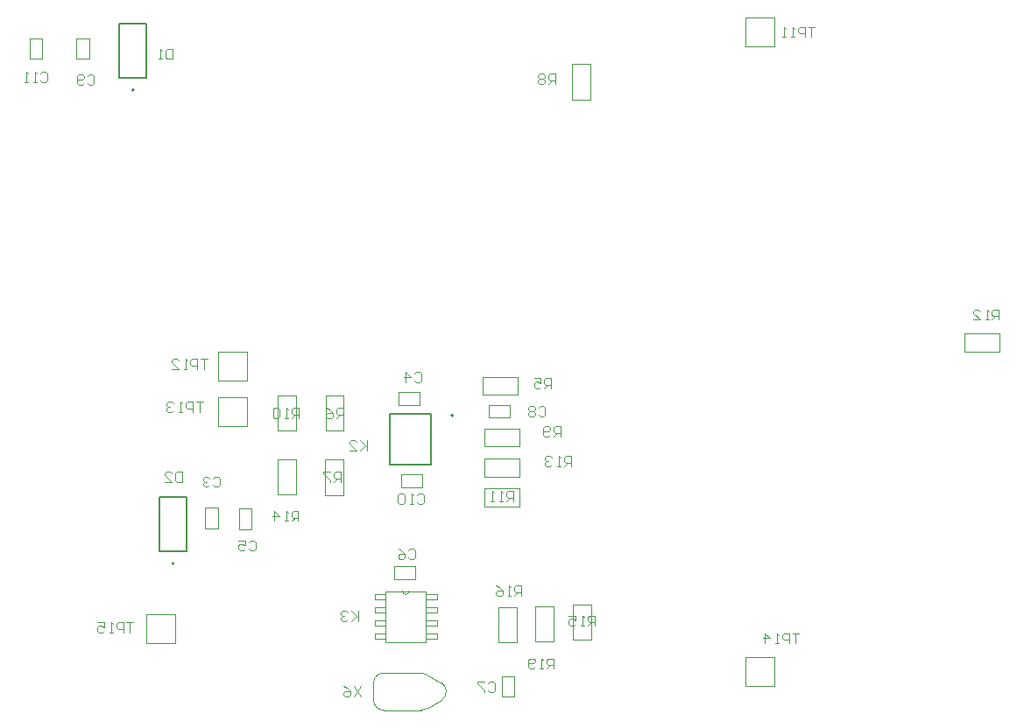
<source format=gbr>
G04*
G04 #@! TF.GenerationSoftware,Altium Limited,Altium Designer,24.1.2 (44)*
G04*
G04 Layer_Color=44716*
%FSLAX44Y44*%
%MOMM*%
G71*
G04*
G04 #@! TF.SameCoordinates,C4B2C0E0-4E9B-487C-9046-04FF2B3DFFC7*
G04*
G04*
G04 #@! TF.FilePolarity,Positive*
G04*
G01*
G75*
%ADD10C,0.2000*%
%ADD11C,0.1270*%
%ADD13C,0.1000*%
%ADD70C,0.0254*%
%ADD71C,0.0000*%
D10*
X288500Y652000D02*
G03*
X288500Y652000I-1000J0D01*
G01*
X327250Y194000D02*
G03*
X327250Y194000I-1000J0D01*
G01*
X597088Y337291D02*
G03*
X597088Y337291I-1000J0D01*
G01*
D11*
X300525Y664025D02*
Y715975D01*
X274475D02*
X300525D01*
X274475Y664025D02*
Y715975D01*
Y664025D02*
X300525D01*
X339275Y206025D02*
Y257975D01*
X313225D02*
X339275D01*
X313225Y206025D02*
Y257975D01*
Y206025D02*
X339275D01*
X536188Y289716D02*
Y338767D01*
X575188Y289716D02*
Y338767D01*
X536188Y289716D02*
X575188D01*
X536188Y338767D02*
X575188D01*
D13*
X520000Y62000D02*
G03*
X530000Y52000I10000J0D01*
G01*
X566000D02*
G03*
X571300Y53520I0J10000D01*
G01*
X586113Y61837D02*
G03*
X586111Y78160I-5671J8161D01*
G01*
X530000Y88000D02*
G03*
X520000Y78000I0J-10000D01*
G01*
X571300Y86480D02*
G03*
X566000Y88000I-5300J-8480D01*
G01*
X879225Y75475D02*
Y103475D01*
X907225Y75475D02*
Y103475D01*
X879225D02*
X907225D01*
X879225Y75475D02*
X907225D01*
X625250Y357000D02*
X659250D01*
X625250Y374500D02*
X659250D01*
X625250Y357000D02*
Y374500D01*
X659250Y357000D02*
Y374500D01*
X473750Y322500D02*
Y356500D01*
X491250Y322500D02*
Y356500D01*
X473750D02*
X491250D01*
X473750Y322500D02*
X491250D01*
X473250Y260250D02*
Y294250D01*
X490750Y260250D02*
Y294250D01*
X473250D02*
X490750D01*
X473250Y260250D02*
X490750D01*
X711750Y643000D02*
Y677000D01*
X729250Y643000D02*
Y677000D01*
X711750D02*
X729250D01*
X711750Y643000D02*
X729250D01*
X627250Y307000D02*
X661250D01*
X627250Y324500D02*
X661250D01*
X627250Y307000D02*
Y324500D01*
X661250Y307000D02*
Y324500D01*
X445250Y322250D02*
Y356250D01*
X427750Y322250D02*
Y356250D01*
Y322250D02*
X445250D01*
X427750Y356250D02*
X445250D01*
X627000Y249000D02*
X661000D01*
X627000Y266500D02*
X661000D01*
X627000Y249000D02*
Y266500D01*
X661000Y249000D02*
Y266500D01*
X1091000Y416500D02*
X1125000D01*
X1091000Y399000D02*
X1125000D01*
Y416500D01*
X1091000Y399000D02*
Y416500D01*
X627000Y278000D02*
X661000D01*
X627000Y295500D02*
X661000D01*
X627000Y278000D02*
Y295500D01*
X661000Y278000D02*
Y295500D01*
X427500Y260500D02*
Y294500D01*
X445000Y260500D02*
Y294500D01*
X427500D02*
X445000D01*
X427500Y260500D02*
X445000D01*
X730500Y120250D02*
Y154250D01*
X713000Y120250D02*
Y154250D01*
Y120250D02*
X730500D01*
X713000Y154250D02*
X730500D01*
X641000Y117750D02*
Y151750D01*
X658500Y117750D02*
Y151750D01*
X641000D02*
X658500D01*
X641000Y117750D02*
X658500D01*
X694000Y118250D02*
Y152250D01*
X676500Y118250D02*
Y152250D01*
Y118250D02*
X694000D01*
X676500Y152250D02*
X694000D01*
X187550Y702250D02*
X199950D01*
X187550Y682250D02*
X199950D01*
X187550D02*
Y702250D01*
X199950Y682250D02*
Y702250D01*
X546750Y267800D02*
Y280200D01*
X566750Y267800D02*
Y280200D01*
X546750Y267800D02*
X566750D01*
X546750Y280200D02*
X566750D01*
X564250Y347300D02*
Y359700D01*
X544250Y347300D02*
Y359700D01*
X564250D01*
X544250Y347300D02*
X564250D01*
X560000Y178800D02*
Y191200D01*
X540000Y178800D02*
Y191200D01*
X560000D01*
X540000Y178800D02*
X560000D01*
X643800Y85000D02*
X656200D01*
X643800Y65000D02*
X656200D01*
X643800D02*
Y85000D01*
X656200Y65000D02*
Y85000D01*
X389800Y227250D02*
X402200D01*
X389800Y247250D02*
X402200D01*
Y227250D02*
Y247250D01*
X389800Y227250D02*
Y247250D01*
X631500Y335066D02*
Y347466D01*
X651500Y335066D02*
Y347466D01*
X631500Y335066D02*
X651500D01*
X631500Y347466D02*
X651500D01*
X232550Y682250D02*
Y702250D01*
X244950Y682250D02*
Y702250D01*
X232550D02*
X244950D01*
X232550Y682250D02*
X244950D01*
X357300Y228000D02*
Y248000D01*
X369700Y228000D02*
Y248000D01*
X357300D02*
X369700D01*
X357300Y228000D02*
X369700D01*
X300750Y117000D02*
X328750D01*
X300750Y145000D02*
X328750D01*
Y117000D02*
Y145000D01*
X300750Y117000D02*
Y145000D01*
X369500Y327000D02*
X397500D01*
X369500Y355000D02*
X397500D01*
Y327000D02*
Y355000D01*
X369500Y327000D02*
Y355000D01*
Y371000D02*
X397500D01*
X369500Y399000D02*
X397500D01*
Y371000D02*
Y399000D01*
X369500Y371000D02*
Y399000D01*
X907500Y694275D02*
Y722275D01*
X879500Y694275D02*
Y722275D01*
X907500D01*
X879500Y694275D02*
X907500D01*
X520000Y62000D02*
Y78000D01*
X530000Y52000D02*
X566000Y52000D01*
X571300Y53520D02*
X586111Y61840D01*
X571300Y86480D02*
X586111Y78160D01*
X530000Y88000D02*
X566000D01*
X931500Y126497D02*
X924836D01*
X928168D01*
Y116500D01*
X921503D02*
Y126497D01*
X916505D01*
X914839Y124831D01*
Y121498D01*
X916505Y119832D01*
X921503D01*
X911506Y116500D02*
X908174D01*
X909840D01*
Y126497D01*
X911506Y124831D01*
X898177Y116500D02*
Y126497D01*
X903176Y121498D01*
X896511D01*
X447750Y334750D02*
Y344747D01*
X442752D01*
X441086Y343081D01*
Y339748D01*
X442752Y338082D01*
X447750D01*
X444418D02*
X441086Y334750D01*
X437753D02*
X434421D01*
X436087D01*
Y344747D01*
X437753Y343081D01*
X429423D02*
X427756Y344747D01*
X424424D01*
X422758Y343081D01*
Y336416D01*
X424424Y334750D01*
X427756D01*
X429423Y336416D01*
Y343081D01*
X447250Y235000D02*
Y244997D01*
X442252D01*
X440586Y243331D01*
Y239998D01*
X442252Y238332D01*
X447250D01*
X443918D02*
X440586Y235000D01*
X437253D02*
X433921D01*
X435587D01*
Y244997D01*
X437253Y243331D01*
X423924Y235000D02*
Y244997D01*
X428923Y239998D01*
X422258D01*
X288000Y137234D02*
X281336D01*
X284668D01*
Y127237D01*
X278003D02*
Y137234D01*
X273005D01*
X271339Y135568D01*
Y132236D01*
X273005Y130570D01*
X278003D01*
X268006Y127237D02*
X264674D01*
X266340D01*
Y137234D01*
X268006Y135568D01*
X253011Y137234D02*
X259676D01*
Y132236D01*
X256343Y133902D01*
X254677D01*
X253011Y132236D01*
Y128904D01*
X254677Y127237D01*
X258010D01*
X259676Y128904D01*
X355250Y350747D02*
X348586D01*
X351918D01*
Y340750D01*
X345253D02*
Y350747D01*
X340255D01*
X338589Y349081D01*
Y345748D01*
X340255Y344082D01*
X345253D01*
X335256Y340750D02*
X331924D01*
X333590D01*
Y350747D01*
X335256Y349081D01*
X326926D02*
X325260Y350747D01*
X321927D01*
X320261Y349081D01*
Y347415D01*
X321927Y345748D01*
X323593D01*
X321927D01*
X320261Y344082D01*
Y342416D01*
X321927Y340750D01*
X325260D01*
X326926Y342416D01*
X359750Y391747D02*
X353086D01*
X356418D01*
Y381750D01*
X349753D02*
Y391747D01*
X344755D01*
X343089Y390081D01*
Y386748D01*
X344755Y385082D01*
X349753D01*
X339756Y381750D02*
X336424D01*
X338090D01*
Y391747D01*
X339756Y390081D01*
X324761Y381750D02*
X331426D01*
X324761Y388414D01*
Y390081D01*
X326427Y391747D01*
X329760D01*
X331426Y390081D01*
X946750Y713247D02*
X940086D01*
X943418D01*
Y703250D01*
X936753D02*
Y713247D01*
X931755D01*
X930089Y711581D01*
Y708248D01*
X931755Y706582D01*
X936753D01*
X926756Y703250D02*
X923424D01*
X925090D01*
Y713247D01*
X926756Y711581D01*
X918426Y703250D02*
X915094D01*
X916760D01*
Y713247D01*
X918426Y711581D01*
X679335Y344397D02*
X681002Y346063D01*
X684334D01*
X686000Y344397D01*
Y337733D01*
X684334Y336067D01*
X681002D01*
X679335Y337733D01*
X676003Y344397D02*
X674337Y346063D01*
X671005D01*
X669339Y344397D01*
Y342731D01*
X671005Y341065D01*
X669339Y339399D01*
Y337733D01*
X671005Y336067D01*
X674337D01*
X676003Y337733D01*
Y339399D01*
X674337Y341065D01*
X676003Y342731D01*
Y344397D01*
X674337Y341065D02*
X671005D01*
X691750Y363250D02*
Y373247D01*
X686752D01*
X685086Y371581D01*
Y368248D01*
X686752Y366582D01*
X691750D01*
X688418D02*
X685086Y363250D01*
X675089Y373247D02*
X681753D01*
Y368248D01*
X678421Y369915D01*
X676755D01*
X675089Y368248D01*
Y364916D01*
X676755Y363250D01*
X680087D01*
X681753Y364916D01*
X490750Y334500D02*
Y344497D01*
X485752D01*
X484086Y342831D01*
Y339498D01*
X485752Y337832D01*
X490750D01*
X487418D02*
X484086Y334500D01*
X474089Y344497D02*
X477421Y342831D01*
X480753Y339498D01*
Y336166D01*
X479087Y334500D01*
X475755D01*
X474089Y336166D01*
Y337832D01*
X475755Y339498D01*
X480753D01*
X488250Y273000D02*
Y282997D01*
X483252D01*
X481586Y281331D01*
Y277998D01*
X483252Y276332D01*
X488250D01*
X484918D02*
X481586Y273000D01*
X478253Y282997D02*
X471589D01*
Y281331D01*
X478253Y274666D01*
Y273000D01*
X695750Y658000D02*
Y667997D01*
X690752D01*
X689085Y666331D01*
Y662998D01*
X690752Y661332D01*
X695750D01*
X692418D02*
X689085Y658000D01*
X685753Y666331D02*
X684087Y667997D01*
X680755D01*
X679089Y666331D01*
Y664665D01*
X680755Y662998D01*
X679089Y661332D01*
Y659666D01*
X680755Y658000D01*
X684087D01*
X685753Y659666D01*
Y661332D01*
X684087Y662998D01*
X685753Y664665D01*
Y666331D01*
X684087Y662998D02*
X680755D01*
X700500Y317000D02*
Y326997D01*
X695502D01*
X693836Y325331D01*
Y321998D01*
X695502Y320332D01*
X700500D01*
X697168D02*
X693836Y317000D01*
X690503Y318666D02*
X688837Y317000D01*
X685505D01*
X683839Y318666D01*
Y325331D01*
X685505Y326997D01*
X688837D01*
X690503Y325331D01*
Y323665D01*
X688837Y321998D01*
X683839D01*
X655000Y254250D02*
Y264247D01*
X650002D01*
X648335Y262581D01*
Y259248D01*
X650002Y257582D01*
X655000D01*
X651668D02*
X648335Y254250D01*
X645003D02*
X641671D01*
X643337D01*
Y264247D01*
X645003Y262581D01*
X636673Y254250D02*
X633340D01*
X635006D01*
Y264247D01*
X636673Y262581D01*
X1124500Y429750D02*
Y439747D01*
X1119502D01*
X1117835Y438081D01*
Y434748D01*
X1119502Y433082D01*
X1124500D01*
X1121168D02*
X1117835Y429750D01*
X1114503D02*
X1111171D01*
X1112837D01*
Y439747D01*
X1114503Y438081D01*
X1099508Y429750D02*
X1106173D01*
X1099508Y436414D01*
Y438081D01*
X1101174Y439747D01*
X1104507D01*
X1106173Y438081D01*
X710750Y287750D02*
Y297747D01*
X705752D01*
X704085Y296081D01*
Y292748D01*
X705752Y291082D01*
X710750D01*
X707418D02*
X704085Y287750D01*
X700753D02*
X697421D01*
X699087D01*
Y297747D01*
X700753Y296081D01*
X692423D02*
X690757Y297747D01*
X687424D01*
X685758Y296081D01*
Y294415D01*
X687424Y292748D01*
X689090D01*
X687424D01*
X685758Y291082D01*
Y289416D01*
X687424Y287750D01*
X690757D01*
X692423Y289416D01*
X733500Y133500D02*
Y143497D01*
X728502D01*
X726835Y141831D01*
Y138498D01*
X728502Y136832D01*
X733500D01*
X730168D02*
X726835Y133500D01*
X723503D02*
X720171D01*
X721837D01*
Y143497D01*
X723503Y141831D01*
X708508Y143497D02*
X715173D01*
Y138498D01*
X711840Y140164D01*
X710174D01*
X708508Y138498D01*
Y135166D01*
X710174Y133500D01*
X713506D01*
X715173Y135166D01*
X663000Y162750D02*
Y172747D01*
X658002D01*
X656336Y171081D01*
Y167748D01*
X658002Y166082D01*
X663000D01*
X659668D02*
X656336Y162750D01*
X653003D02*
X649671D01*
X651337D01*
Y172747D01*
X653003Y171081D01*
X638008Y172747D02*
X641340Y171081D01*
X644673Y167748D01*
Y164416D01*
X643006Y162750D01*
X639674D01*
X638008Y164416D01*
Y166082D01*
X639674Y167748D01*
X644673D01*
X694250Y92000D02*
Y101997D01*
X689252D01*
X687586Y100331D01*
Y96998D01*
X689252Y95332D01*
X694250D01*
X690918D02*
X687586Y92000D01*
X684253D02*
X680921D01*
X682587D01*
Y101997D01*
X684253Y100331D01*
X675923Y93666D02*
X674256Y92000D01*
X670924D01*
X669258Y93666D01*
Y100331D01*
X670924Y101997D01*
X674256D01*
X675923Y100331D01*
Y98665D01*
X674256Y96998D01*
X669258D01*
X505000Y147997D02*
Y138000D01*
Y141332D01*
X498335Y147997D01*
X503334Y142998D01*
X498335Y138000D01*
X495003Y146331D02*
X493337Y147997D01*
X490005D01*
X488339Y146331D01*
Y144664D01*
X490005Y142998D01*
X491671D01*
X490005D01*
X488339Y141332D01*
Y139666D01*
X490005Y138000D01*
X493337D01*
X495003Y139666D01*
X198085Y667831D02*
X199752Y669497D01*
X203084D01*
X204750Y667831D01*
Y661166D01*
X203084Y659500D01*
X199752D01*
X198085Y661166D01*
X194753Y659500D02*
X191421D01*
X193087D01*
Y669497D01*
X194753Y667831D01*
X186423Y659500D02*
X183090D01*
X184757D01*
Y669497D01*
X186423Y667831D01*
X562085Y259831D02*
X563752Y261497D01*
X567084D01*
X568750Y259831D01*
Y253166D01*
X567084Y251500D01*
X563752D01*
X562085Y253166D01*
X558753Y251500D02*
X555421D01*
X557087D01*
Y261497D01*
X558753Y259831D01*
X550423D02*
X548756Y261497D01*
X545424D01*
X543758Y259831D01*
Y253166D01*
X545424Y251500D01*
X548756D01*
X550423Y253166D01*
Y259831D01*
X559336Y377581D02*
X561002Y379247D01*
X564334D01*
X566000Y377581D01*
Y370916D01*
X564334Y369250D01*
X561002D01*
X559336Y370916D01*
X551005Y369250D02*
Y379247D01*
X556003Y374248D01*
X549339D01*
X553835Y206581D02*
X555502Y208247D01*
X558834D01*
X560500Y206581D01*
Y199916D01*
X558834Y198250D01*
X555502D01*
X553835Y199916D01*
X543839Y208247D02*
X547171Y206581D01*
X550503Y203248D01*
Y199916D01*
X548837Y198250D01*
X545505D01*
X543839Y199916D01*
Y201582D01*
X545505Y203248D01*
X550503D01*
X630336Y77581D02*
X632002Y79247D01*
X635334D01*
X637000Y77581D01*
Y70916D01*
X635334Y69250D01*
X632002D01*
X630336Y70916D01*
X627003Y79247D02*
X620339D01*
Y77581D01*
X627003Y70916D01*
Y69250D01*
X399585Y214581D02*
X401252Y216247D01*
X404584D01*
X406250Y214581D01*
Y207916D01*
X404584Y206250D01*
X401252D01*
X399585Y207916D01*
X389589Y216247D02*
X396253D01*
Y211248D01*
X392921Y212915D01*
X391255D01*
X389589Y211248D01*
Y207916D01*
X391255Y206250D01*
X394587D01*
X396253Y207916D01*
X243335Y665581D02*
X245002Y667247D01*
X248334D01*
X250000Y665581D01*
Y658916D01*
X248334Y657250D01*
X245002D01*
X243335Y658916D01*
X240003D02*
X238337Y657250D01*
X235005D01*
X233339Y658916D01*
Y665581D01*
X235005Y667247D01*
X238337D01*
X240003Y665581D01*
Y663914D01*
X238337Y662248D01*
X233339D01*
X365085Y276331D02*
X366752Y277997D01*
X370084D01*
X371750Y276331D01*
Y269666D01*
X370084Y268000D01*
X366752D01*
X365085Y269666D01*
X361753Y276331D02*
X360087Y277997D01*
X356755D01*
X355089Y276331D01*
Y274664D01*
X356755Y272998D01*
X358421D01*
X356755D01*
X355089Y271332D01*
Y269666D01*
X356755Y268000D01*
X360087D01*
X361753Y269666D01*
X325750Y691997D02*
Y682000D01*
X320752D01*
X319086Y683666D01*
Y690331D01*
X320752Y691997D01*
X325750D01*
X315753Y682000D02*
X312421D01*
X314087D01*
Y691997D01*
X315753Y690331D01*
X335250Y282997D02*
Y273000D01*
X330252D01*
X328586Y274666D01*
Y281331D01*
X330252Y282997D01*
X335250D01*
X318589Y273000D02*
X325253D01*
X318589Y279664D01*
Y281331D01*
X320255Y282997D01*
X323587D01*
X325253Y281331D01*
X513500Y312997D02*
Y303000D01*
Y306332D01*
X506836Y312997D01*
X511834Y307998D01*
X506836Y303000D01*
X496839D02*
X503503D01*
X496839Y309664D01*
Y311331D01*
X498505Y312997D01*
X501837D01*
X503503Y311331D01*
X507500Y74997D02*
X500835Y65000D01*
Y74997D02*
X507500Y65000D01*
X490839Y74997D02*
X494171Y73331D01*
X497503Y69998D01*
Y66666D01*
X495837Y65000D01*
X492505D01*
X490839Y66666D01*
Y68332D01*
X492505Y69998D01*
X497503D01*
D70*
X570828Y118029D02*
Y167051D01*
X531712D02*
X570828D01*
X531712Y118029D02*
Y167051D01*
Y118029D02*
X570828D01*
X521298Y164130D02*
X531712D01*
X521298Y159050D02*
Y164130D01*
Y159050D02*
X531712D01*
Y164130D01*
X521298Y151430D02*
X531712D01*
X521298Y146350D02*
Y151430D01*
Y146350D02*
X531712D01*
Y151430D01*
X521298Y138730D02*
X531712D01*
X521298Y133650D02*
Y138730D01*
Y133650D02*
X531712D01*
Y138730D01*
X521298Y126030D02*
X531712D01*
X521298Y120950D02*
Y126030D01*
Y120950D02*
X531712D01*
Y126030D01*
X570828Y120950D02*
X581242D01*
Y126030D01*
X570828D02*
X581242D01*
X570828Y120950D02*
Y126030D01*
Y133650D02*
X581242D01*
Y138730D01*
X570828D02*
X581242D01*
X570828Y133650D02*
Y138730D01*
Y146350D02*
X581242D01*
Y151430D01*
X570828D02*
X581242D01*
X570828Y146350D02*
Y151430D01*
Y159050D02*
X581242D01*
Y164130D01*
X570828D02*
X581242D01*
X570828Y159050D02*
Y164130D01*
D71*
X548222Y167051D02*
G03*
X554318Y167051I3048J0D01*
G01*
M02*

</source>
